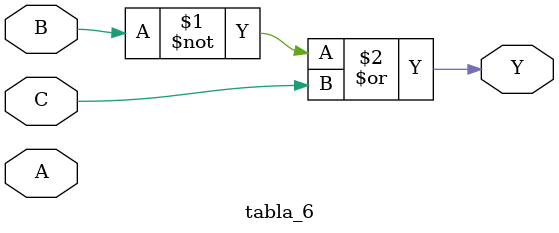
<source format=v>
module tabla_6(input wire A,B,C, output wire Y);

  assign Y = ~B | C;
              
endmodule



</source>
